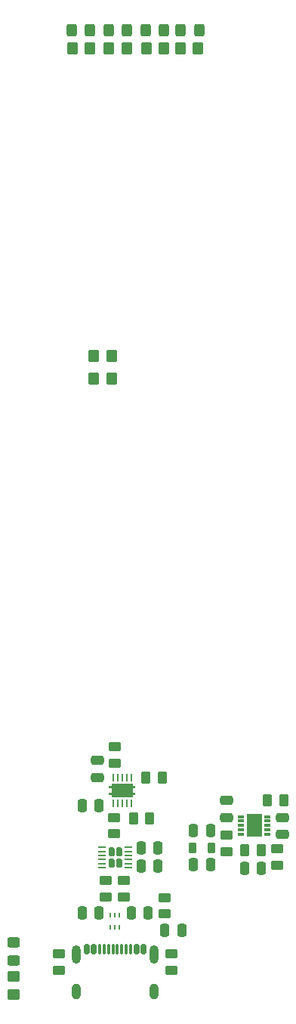
<source format=gbr>
%TF.GenerationSoftware,KiCad,Pcbnew,8.0.8*%
%TF.CreationDate,2025-03-09T10:35:25-07:00*%
%TF.ProjectId,ground-receiver,67726f75-6e64-42d7-9265-636569766572,rev?*%
%TF.SameCoordinates,Original*%
%TF.FileFunction,Paste,Top*%
%TF.FilePolarity,Positive*%
%FSLAX46Y46*%
G04 Gerber Fmt 4.6, Leading zero omitted, Abs format (unit mm)*
G04 Created by KiCad (PCBNEW 8.0.8) date 2025-03-09 10:35:25*
%MOMM*%
%LPD*%
G01*
G04 APERTURE LIST*
G04 Aperture macros list*
%AMRoundRect*
0 Rectangle with rounded corners*
0 $1 Rounding radius*
0 $2 $3 $4 $5 $6 $7 $8 $9 X,Y pos of 4 corners*
0 Add a 4 corners polygon primitive as box body*
4,1,4,$2,$3,$4,$5,$6,$7,$8,$9,$2,$3,0*
0 Add four circle primitives for the rounded corners*
1,1,$1+$1,$2,$3*
1,1,$1+$1,$4,$5*
1,1,$1+$1,$6,$7*
1,1,$1+$1,$8,$9*
0 Add four rect primitives between the rounded corners*
20,1,$1+$1,$2,$3,$4,$5,0*
20,1,$1+$1,$4,$5,$6,$7,0*
20,1,$1+$1,$6,$7,$8,$9,0*
20,1,$1+$1,$8,$9,$2,$3,0*%
G04 Aperture macros list end*
%ADD10C,0.000000*%
%ADD11RoundRect,0.250000X0.262500X0.450000X-0.262500X0.450000X-0.262500X-0.450000X0.262500X-0.450000X0*%
%ADD12RoundRect,0.250000X-0.350000X-0.450000X0.350000X-0.450000X0.350000X0.450000X-0.350000X0.450000X0*%
%ADD13RoundRect,0.250000X-0.450000X0.262500X-0.450000X-0.262500X0.450000X-0.262500X0.450000X0.262500X0*%
%ADD14RoundRect,0.250000X0.250000X0.475000X-0.250000X0.475000X-0.250000X-0.475000X0.250000X-0.475000X0*%
%ADD15RoundRect,0.250000X-0.250000X-0.475000X0.250000X-0.475000X0.250000X0.475000X-0.250000X0.475000X0*%
%ADD16RoundRect,0.250000X0.450000X-0.262500X0.450000X0.262500X-0.450000X0.262500X-0.450000X-0.262500X0*%
%ADD17RoundRect,0.250000X0.475000X-0.250000X0.475000X0.250000X-0.475000X0.250000X-0.475000X-0.250000X0*%
%ADD18RoundRect,0.250000X0.450000X-0.325000X0.450000X0.325000X-0.450000X0.325000X-0.450000X-0.325000X0*%
%ADD19RoundRect,0.250000X-0.475000X0.250000X-0.475000X-0.250000X0.475000X-0.250000X0.475000X0.250000X0*%
%ADD20RoundRect,0.250000X-0.325000X-0.450000X0.325000X-0.450000X0.325000X0.450000X-0.325000X0.450000X0*%
%ADD21R,0.279400X0.584200*%
%ADD22RoundRect,0.250000X0.350000X0.450000X-0.350000X0.450000X-0.350000X-0.450000X0.350000X-0.450000X0*%
%ADD23RoundRect,0.250000X-0.262500X-0.450000X0.262500X-0.450000X0.262500X0.450000X-0.262500X0.450000X0*%
%ADD24R,0.800000X0.300000*%
%ADD25R,1.750000X2.500000*%
%ADD26RoundRect,0.218750X0.218750X0.381250X-0.218750X0.381250X-0.218750X-0.381250X0.218750X-0.381250X0*%
%ADD27RoundRect,0.172500X0.172500X0.332500X-0.172500X0.332500X-0.172500X-0.332500X0.172500X-0.332500X0*%
%ADD28RoundRect,0.050000X0.350000X0.050000X-0.350000X0.050000X-0.350000X-0.050000X0.350000X-0.050000X0*%
%ADD29RoundRect,0.150000X-0.150000X-0.425000X0.150000X-0.425000X0.150000X0.425000X-0.150000X0.425000X0*%
%ADD30RoundRect,0.075000X-0.075000X-0.500000X0.075000X-0.500000X0.075000X0.500000X-0.075000X0.500000X0*%
%ADD31O,1.000000X2.100000*%
%ADD32O,1.000000X1.800000*%
%ADD33R,0.254000X0.812800*%
%ADD34R,2.400000X1.650000*%
%ADD35RoundRect,0.250000X-0.450000X0.350000X-0.450000X-0.350000X0.450000X-0.350000X0.450000X0.350000X0*%
G04 APERTURE END LIST*
D10*
%TO.C,U6*%
G36*
X149400252Y-149702137D02*
G01*
X149100252Y-149702137D01*
X149100252Y-149452137D01*
X149400252Y-149452137D01*
X149400252Y-149702137D01*
G37*
G36*
X149400252Y-149702137D02*
G01*
X149100252Y-149702137D01*
X149100252Y-149452137D01*
X149400252Y-149452137D01*
X149400252Y-149702137D01*
G37*
G36*
X149400252Y-150452263D02*
G01*
X149100252Y-150452263D01*
X149100252Y-150202263D01*
X149400252Y-150202263D01*
X149400252Y-150452263D01*
G37*
G36*
X149400252Y-150452263D02*
G01*
X149100252Y-150452263D01*
X149100252Y-150202263D01*
X149400252Y-150202263D01*
X149400252Y-150452263D01*
G37*
G36*
X152100252Y-149702137D02*
G01*
X151800252Y-149702137D01*
X151800252Y-149452137D01*
X152100252Y-149452137D01*
X152100252Y-149702137D01*
G37*
G36*
X152100252Y-149702137D02*
G01*
X151800252Y-149702137D01*
X151800252Y-149452137D01*
X152100252Y-149452137D01*
X152100252Y-149702137D01*
G37*
G36*
X152100252Y-150452263D02*
G01*
X151800252Y-150452263D01*
X151800252Y-150202263D01*
X152100252Y-150202263D01*
X152100252Y-150452263D01*
G37*
G36*
X152100252Y-150452263D02*
G01*
X151800252Y-150452263D01*
X151800252Y-150202263D01*
X152100252Y-150202263D01*
X152100252Y-150452263D01*
G37*
%TD*%
D11*
%TO.C,R8*%
X168725000Y-151100000D03*
X166900000Y-151100000D03*
%TD*%
D12*
%TO.C,R7*%
X153300000Y-66800000D03*
X155300000Y-66800000D03*
%TD*%
D13*
%TO.C,R3*%
X162300000Y-154975000D03*
X162300000Y-156800000D03*
%TD*%
D14*
%TO.C,C3*%
X160500000Y-154500000D03*
X158600000Y-154500000D03*
%TD*%
D13*
%TO.C,R10*%
X150800000Y-160075000D03*
X150800000Y-161900000D03*
%TD*%
D14*
%TO.C,C9*%
X153500000Y-163700000D03*
X151600000Y-163700000D03*
%TD*%
D11*
%TO.C,R2*%
X166200000Y-156700000D03*
X164375000Y-156700000D03*
%TD*%
D15*
%TO.C,C2*%
X158600000Y-158300000D03*
X160500000Y-158300000D03*
%TD*%
D13*
%TO.C,R11*%
X143500000Y-168275000D03*
X143500000Y-170100000D03*
%TD*%
D14*
%TO.C,C8*%
X154600000Y-158400000D03*
X152700000Y-158400000D03*
%TD*%
D16*
%TO.C,R1*%
X168000000Y-158325000D03*
X168000000Y-156500000D03*
%TD*%
D17*
%TO.C,C4*%
X162300000Y-153000000D03*
X162300000Y-151100000D03*
%TD*%
D15*
%TO.C,C10*%
X146100000Y-163700000D03*
X148000000Y-163700000D03*
%TD*%
D12*
%TO.C,R5*%
X149125000Y-66800000D03*
X151125000Y-66800000D03*
%TD*%
D16*
%TO.C,R14*%
X149700000Y-154812500D03*
X149700000Y-152987500D03*
%TD*%
D13*
%TO.C,R9*%
X148800000Y-160075000D03*
X148800000Y-161900000D03*
%TD*%
D18*
%TO.C,VBus1*%
X138400000Y-169050000D03*
X138400000Y-167000000D03*
%TD*%
D19*
%TO.C,CIN1*%
X168575000Y-153000000D03*
X168575000Y-154900000D03*
%TD*%
D20*
%TO.C,BSTAT1*%
X157173800Y-64823800D03*
X159223800Y-64823800D03*
%TD*%
D21*
%TO.C,U5*%
X149300000Y-165300000D03*
X149799999Y-165300000D03*
X150299998Y-165300000D03*
X150299998Y-163979200D03*
X149799999Y-163979200D03*
X149300000Y-163979200D03*
%TD*%
D12*
%TO.C,R17*%
X157123800Y-66823800D03*
X159123800Y-66823800D03*
%TD*%
D20*
%TO.C,BSTAT2*%
X153250000Y-64800000D03*
X155300000Y-64800000D03*
%TD*%
D22*
%TO.C,R18*%
X149400000Y-101300000D03*
X147400000Y-101300000D03*
%TD*%
D13*
%TO.C,R12*%
X156100000Y-168300000D03*
X156100000Y-170125000D03*
%TD*%
D14*
%TO.C,C11*%
X157300000Y-165600000D03*
X155400000Y-165600000D03*
%TD*%
D19*
%TO.C,C13*%
X147800000Y-146600000D03*
X147800000Y-148500000D03*
%TD*%
D23*
%TO.C,R13*%
X151875000Y-153100000D03*
X153700000Y-153100000D03*
%TD*%
D24*
%TO.C,U1*%
X163900000Y-152900000D03*
X163900000Y-153400000D03*
X163900000Y-153900000D03*
X163900000Y-154400000D03*
X163900000Y-154900000D03*
X166900000Y-154900000D03*
X166900000Y-154400000D03*
X166900000Y-153900000D03*
X166900000Y-153400000D03*
X166900000Y-152900000D03*
D25*
X165400000Y-153900000D03*
%TD*%
D26*
%TO.C,L1*%
X160625000Y-156400000D03*
X158500000Y-156400000D03*
%TD*%
D20*
%TO.C,5V0*%
X149075000Y-64800000D03*
X151125000Y-64800000D03*
%TD*%
D14*
%TO.C,C7*%
X154600000Y-156400000D03*
X152700000Y-156400000D03*
%TD*%
D15*
%TO.C,C12*%
X146100000Y-151700000D03*
X148000000Y-151700000D03*
%TD*%
D12*
%TO.C,R4*%
X145025000Y-66800000D03*
X147025000Y-66800000D03*
%TD*%
D22*
%TO.C,R19*%
X149400000Y-103800000D03*
X147400000Y-103800000D03*
%TD*%
D27*
%TO.C,U4*%
X150250000Y-158100000D03*
X150250000Y-156850000D03*
X149400000Y-158100000D03*
X149400000Y-156850000D03*
D28*
X151275000Y-158600000D03*
X151275000Y-158150000D03*
X151275000Y-157700000D03*
X151275000Y-157250000D03*
X151275000Y-156800000D03*
X151275000Y-156350000D03*
X148375000Y-156350000D03*
X148375000Y-156800000D03*
X148375000Y-157250000D03*
X148375000Y-157700000D03*
X148375000Y-158150000D03*
X148375000Y-158600000D03*
%TD*%
D20*
%TO.C,3V3*%
X144975000Y-64800000D03*
X147025000Y-64800000D03*
%TD*%
D29*
%TO.C,J2*%
X146620000Y-167745000D03*
X147420000Y-167745000D03*
D30*
X148570000Y-167745000D03*
X149570000Y-167745000D03*
X150070000Y-167745000D03*
X151070000Y-167745000D03*
D29*
X152220000Y-167745000D03*
X153020000Y-167745000D03*
X153020000Y-167745000D03*
X152220000Y-167745000D03*
D30*
X151570000Y-167745000D03*
X150570000Y-167745000D03*
X149070000Y-167745000D03*
X148070000Y-167745000D03*
D29*
X147420000Y-167745000D03*
X146620000Y-167745000D03*
D31*
X145500000Y-168320000D03*
D32*
X145500000Y-172500000D03*
D31*
X154140000Y-168320000D03*
D32*
X154140000Y-172500000D03*
%TD*%
D13*
%TO.C,FB1*%
X155400000Y-161975000D03*
X155400000Y-163800000D03*
%TD*%
D33*
%TO.C,U6*%
X149600000Y-151400000D03*
X150100126Y-151400000D03*
X150600252Y-151400000D03*
X151100378Y-151400000D03*
X151600504Y-151400000D03*
X151600504Y-148504400D03*
X151100378Y-148504400D03*
X150600252Y-148504400D03*
X150100126Y-148504400D03*
X149600000Y-148504400D03*
D34*
X150600252Y-149952200D03*
%TD*%
D35*
%TO.C,R6*%
X138400000Y-170800000D03*
X138400000Y-172800000D03*
%TD*%
D16*
%TO.C,R15*%
X149800000Y-146925000D03*
X149800000Y-145100000D03*
%TD*%
D23*
%TO.C,R16*%
X153275000Y-148500000D03*
X155100000Y-148500000D03*
%TD*%
D14*
%TO.C,C1*%
X166200000Y-158700000D03*
X164300000Y-158700000D03*
%TD*%
M02*

</source>
